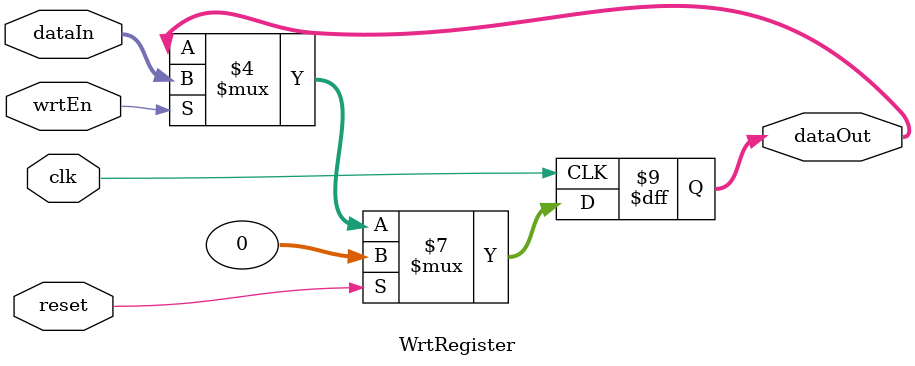
<source format=v>
module WrtRegister(clk, reset, wrtEn, dataIn, dataOut);

//same as Register.v but we only want to 
//write to memory/regFile on the negedge

//actually we probs don't need this if
//always @ negedge is in regFile/dMem

	parameter BIT_WIDTH = 32;
	parameter RESET_VALUE = 0;
	
	input clk, reset, wrtEn;
	input[BIT_WIDTH - 1: 0] dataIn;
	output[BIT_WIDTH - 1: 0] dataOut;
	reg[BIT_WIDTH - 1: 0] dataOut;
	
	always @(negedge clk) begin
		if (reset == 1'b1)
			dataOut <= RESET_VALUE;
		else if (wrtEn == 1'b1)
			dataOut <= dataIn;
	end
	
endmodule
</source>
